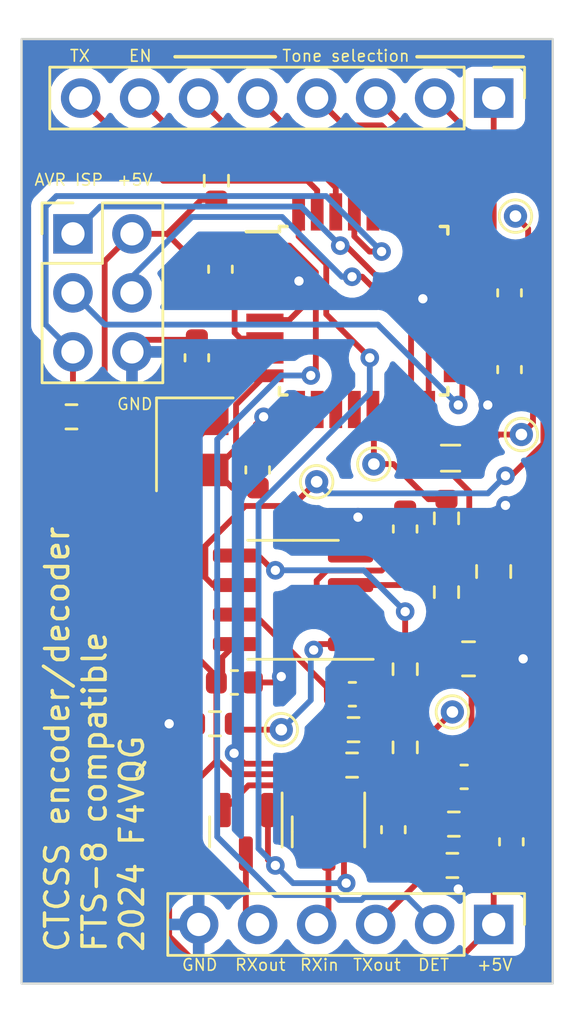
<source format=kicad_pcb>
(kicad_pcb (version 20221018) (generator pcbnew)
  (layers (0 "F.Cu" signal) (31 "B.Cu" signal) (34 "B.Paste" user) (35 "F.Paste" user) (36 "B.SilkS" user "B.Silkscreen") (37 "F.SilkS" user "F.Silkscreen") (38 "B.Mask" user) (39 "F.Mask" user) (44 "Edge.Cuts" user))
  (net 0 "")
  (net 1 "Net-(U2A--)")
  (net 2 "Net-(C1-Pad2)")
  (net 3 "+5V")
  (net 4 "GND")
  (net 5 "/XTAL1")
  (net 6 "/XTAL2")
  (net 7 "Net-(U1-AVCC)")
  (net 8 "Net-(U1-AREF)")
  (net 9 "Net-(U2A-+)")
  (net 10 "Net-(C12-Pad1)")
  (net 11 "Net-(U2B-+)")
  (net 12 "Net-(C14-Pad1)")
  (net 13 "/ADC")
  (net 14 "/RX_IN")
  (net 15 "Net-(C16-Pad2)")
  (net 16 "/S1")
  (net 17 "/S2")
  (net 18 "/S3")
  (net 19 "/S4")
  (net 20 "/S5")
  (net 21 "/S6")
  (net 22 "/EN")
  (net 23 "/TX")
  (net 24 "/DET_OUT")
  (net 25 "/TX_OUT")
  (net 26 "/RX_OUT")
  (net 27 "/MISO")
  (net 28 "/SCK")
  (net 29 "/MOSI")
  (net 30 "/RST")
  (net 31 "/SWITCH_CTL")
  (net 32 "Net-(Q1-S)")
  (net 33 "/OC1A")
  (footprint "TestPoint:TestPoint_THTPad_D1.0mm_Drill0.5mm" (layer "F.Cu") (at 153.592 80.518)
    (fp_text reference "TP5" hide)
    (fp_text value "AVCC")
    (pad "1" thru_hole circle (at 0 0) (size 1 1) (drill 0.5) (layers "*.Cu" "*.Mask") (net 7 "Net-(U1-AVCC)"))
  )
  (footprint "Package_QFP:TQFP-32_7x7mm_P0.8mm" (layer "F.Cu") (at 146.802 75.19)
    (fp_text reference "U1" hide)
    (fp_text value "ATmega328P-A")
    (pad "1" smd rect (at -4.25 -2.8) (size 1.6 0.55) (layers "F.Cu" "F.Paste" "F.Mask") (net 24 "/DET_OUT"))
    (pad "2" smd rect (at -4.25 -2) (size 1.6 0.55) (layers "F.Cu" "F.Paste" "F.Mask"))
    (pad "3" smd rect (at -4.25 -1.2) (size 1.6 0.55) (layers "F.Cu" "F.Paste" "F.Mask") (net 4 "GND"))
    (pad "4" smd rect (at -4.25 -0.4) (size 1.6 0.55) (layers "F.Cu" "F.Paste" "F.Mask") (net 3 "+5V"))
    (pad "5" smd rect (at -4.25 0.4) (size 1.6 0.55) (layers "F.Cu" "F.Paste" "F.Mask") (net 4 "GND"))
    (pad "6" smd rect (at -4.25 1.2) (size 1.6 0.55) (layers "F.Cu" "F.Paste" "F.Mask") (net 3 "+5V"))
    (pad "7" smd rect (at -4.25 2) (size 1.6 0.55) (layers "F.Cu" "F.Paste" "F.Mask") (net 5 "/XTAL1"))
    (pad "8" smd rect (at -4.25 2.8) (size 1.6 0.55) (layers "F.Cu" "F.Paste" "F.Mask") (net 6 "/XTAL2"))
    (pad "9" smd rect (at -2.8 4.25 90) (size 1.6 0.55) (layers "F.Cu" "F.Paste" "F.Mask"))
    (pad "10" smd rect (at -2 4.25 90) (size 1.6 0.55) (layers "F.Cu" "F.Paste" "F.Mask"))
    (pad "11" smd rect (at -1.2 4.25 90) (size 1.6 0.55) (layers "F.Cu" "F.Paste" "F.Mask"))
    (pad "12" smd rect (at -0.4 4.25 90) (size 1.6 0.55) (layers "F.Cu" "F.Paste" "F.Mask"))
    (pad "13" smd rect (at 0.4 4.25 90) (size 1.6 0.55) (layers "F.Cu" "F.Paste" "F.Mask") (net 33 "/OC1A"))
    (pad "14" smd rect (at 1.2 4.25 90) (size 1.6 0.55) (layers "F.Cu" "F.Paste" "F.Mask"))
    (pad "15" smd rect (at 2 4.25 90) (size 1.6 0.55) (layers "F.Cu" "F.Paste" "F.Mask") (net 29 "/MOSI"))
    (pad "16" smd rect (at 2.8 4.25 90) (size 1.6 0.55) (layers "F.Cu" "F.Paste" "F.Mask") (net 27 "/MISO"))
    (pad "17" smd rect (at 4.25 2.8) (size 1.6 0.55) (layers "F.Cu" "F.Paste" "F.Mask") (net 28 "/SCK"))
    (pad "18" smd rect (at 4.25 2) (size 1.6 0.55) (layers "F.Cu" "F.Paste" "F.Mask") (net 7 "Net-(U1-AVCC)"))
    (pad "19" smd rect (at 4.25 1.2) (size 1.6 0.55) (layers "F.Cu" "F.Paste" "F.Mask") (net 13 "/ADC"))
    (pad "20" smd rect (at 4.25 0.4) (size 1.6 0.55) (layers "F.Cu" "F.Paste" "F.Mask") (net 8 "Net-(U1-AREF)"))
    (pad "21" smd rect (at 4.25 -0.4) (size 1.6 0.55) (layers "F.Cu" "F.Paste" "F.Mask") (net 4 "GND"))
    (pad "22" smd rect (at 4.25 -1.2) (size 1.6 0.55) (layers "F.Cu" "F.Paste" "F.Mask"))
    (pad "23" smd rect (at 4.25 -2) (size 1.6 0.55) (layers "F.Cu" "F.Paste" "F.Mask") (net 16 "/S1"))
    (pad "24" smd rect (at 4.25 -2.8) (size 1.6 0.55) (layers "F.Cu" "F.Paste" "F.Mask") (net 17 "/S2"))
    (pad "25" smd rect (at 2.8 -4.25 90) (size 1.6 0.55) (layers "F.Cu" "F.Paste" "F.Mask") (net 18 "/S3"))
    (pad "26" smd rect (at 2 -4.25 90) (size 1.6 0.55) (layers "F.Cu" "F.Paste" "F.Mask") (net 19 "/S4"))
    (pad "27" smd rect (at 1.2 -4.25 90) (size 1.6 0.55) (layers "F.Cu" "F.Paste" "F.Mask") (net 20 "/S5"))
    (pad "28" smd rect (at 0.4 -4.25 90) (size 1.6 0.55) (layers "F.Cu" "F.Paste" "F.Mask") (net 21 "/S6"))
    (pad "29" smd rect (at -0.4 -4.25 90) (size 1.6 0.55) (layers "F.Cu" "F.Paste" "F.Mask") (net 30 "/RST"))
    (pad "30" smd rect (at -1.2 -4.25 90) (size 1.6 0.55) (layers "F.Cu" "F.Paste" "F.Mask") (net 22 "/EN"))
    (pad "31" smd rect (at -2 -4.25 90) (size 1.6 0.55) (layers "F.Cu" "F.Paste" "F.Mask") (net 23 "/TX"))
    (pad "32" smd rect (at -2.8 -4.25 90) (size 1.6 0.55) (layers "F.Cu" "F.Paste" "F.Mask") (net 31 "/SWITCH_CTL"))
  )
  (footprint "Capacitor_SMD:C_0603_1608Metric" (layer "F.Cu") (at 151.13 95.25)
    (fp_text reference "C1" hide)
    (fp_text value "10u")
    (pad "1" smd roundrect (at -0.775 0) (size 0.9 0.95) (layers "F.Cu" "F.Paste" "F.Mask") (net 1 "Net-(U2A--)"))
    (pad "2" smd roundrect (at 0.775 0) (size 0.9 0.95) (layers "F.Cu" "F.Paste" "F.Mask") (net 2 "Net-(C1-Pad2)"))
  )
  (footprint "TestPoint:TestPoint_THTPad_D1.0mm_Drill0.5mm" (layer "F.Cu") (at 150.622 92.456)
    (fp_text reference "TP1" hide)
    (fp_text value "RX")
    (pad "1" thru_hole circle (at 0 0) (size 1 1) (drill 0.5) (layers "*.Cu" "*.Mask") (net 15 "Net-(C16-Pad2)"))
  )
  (footprint "Inductor_SMD:L_0805_2012Metric" (layer "F.Cu") (at 150.544 81.534)
    (fp_text reference "L1" hide)
    (fp_text value "10u")
    (pad "1" smd roundrect (at -1.0625 0) (size 0.875 1.2) (layers "F.Cu" "F.Paste" "F.Mask") (net 3 "+5V"))
    (pad "2" smd roundrect (at 1.0625 0) (size 0.875 1.2) (layers "F.Cu" "F.Paste" "F.Mask") (net 7 "Net-(U1-AVCC)"))
  )
  (footprint "Capacitor_SMD:C_0603_1608Metric" (layer "F.Cu") (at 153.084 74.422 90)
    (fp_text reference "C7" hide)
    (fp_text value "100n")
    (pad "1" smd roundrect (at -0.775 0 90) (size 0.9 0.95) (layers "F.Cu" "F.Paste" "F.Mask") (net 8 "Net-(U1-AREF)"))
    (pad "2" smd roundrect (at 0.775 0 90) (size 0.9 0.95) (layers "F.Cu" "F.Paste" "F.Mask") (net 4 "GND"))
  )
  (footprint "TestPoint:TestPoint_THTPad_D1.0mm_Drill0.5mm" (layer "F.Cu") (at 143.256 93.218)
    (fp_text reference "TP3" hide)
    (fp_text value "PWM_F")
    (pad "1" thru_hole circle (at 0 0) (size 1 1) (drill 0.5) (layers "*.Cu" "*.Mask") (net 1 "Net-(U2A--)"))
  )
  (footprint "TestPoint:TestPoint_THTPad_D1.0mm_Drill0.5mm" (layer "F.Cu") (at 147.242 81.788)
    (fp_text reference "TP4" hide)
    (fp_text value "PWM")
    (pad "1" thru_hole circle (at 0 0) (size 1 1) (drill 0.5) (layers "*.Cu" "*.Mask") (net 33 "/OC1A"))
  )
  (footprint "Resistor_SMD:R_0603_1608Metric" (layer "F.Cu") (at 148.59 93.98 90)
    (fp_text reference "R7" hide)
    (fp_text value "100k")
    (pad "1" smd roundrect (at -0.825 0 90) (size 0.8 0.95) (layers "F.Cu" "F.Paste" "F.Mask") (net 15 "Net-(C16-Pad2)"))
    (pad "2" smd roundrect (at 0.825 0 90) (size 0.8 0.95) (layers "F.Cu" "F.Paste" "F.Mask") (net 12 "Net-(C14-Pad1)"))
  )
  (footprint "Capacitor_SMD:C_0603_1608Metric" (layer "F.Cu") (at 148.082 97.523 90)
    (fp_text reference "C16" hide)
    (fp_text value "10u")
    (pad "1" smd roundrect (at -0.775 0 90) (size 0.9 0.95) (layers "F.Cu" "F.Paste" "F.Mask") (net 14 "/RX_IN"))
    (pad "2" smd roundrect (at 0.775 0 90) (size 0.9 0.95) (layers "F.Cu" "F.Paste" "F.Mask") (net 15 "Net-(C16-Pad2)"))
  )
  (footprint "Connector_PinHeader_2.54mm:PinHeader_1x06_P2.54mm_Vertical" (layer "F.Cu") (at 152.4 101.6 -90)
    (fp_text reference "J2" hide)
    (fp_text value "Analog I/O")
    (pad "1" thru_hole rect (at 0 0 270) (size 1.7 1.7) (drill 1) (layers "*.Cu" "*.Mask") (net 3 "+5V"))
    (pad "2" thru_hole oval (at 0 2.54 270) (size 1.7 1.7) (drill 1) (layers "*.Cu" "*.Mask") (net 24 "/DET_OUT"))
    (pad "3" thru_hole oval (at 0 5.08 270) (size 1.7 1.7) (drill 1) (layers "*.Cu" "*.Mask") (net 25 "/TX_OUT"))
    (pad "4" thru_hole oval (at 0 7.62 270) (size 1.7 1.7) (drill 1) (layers "*.Cu" "*.Mask") (net 14 "/RX_IN"))
    (pad "5" thru_hole oval (at 0 10.16 270) (size 1.7 1.7) (drill 1) (layers "*.Cu" "*.Mask") (net 26 "/RX_OUT"))
    (pad "6" thru_hole oval (at 0 12.7 270) (size 1.7 1.7) (drill 1) (layers "*.Cu" "*.Mask") (net 4 "GND"))
  )
  (footprint "Resistor_SMD:R_0603_1608Metric" (layer "F.Cu") (at 150.685 97.282 180)
    (fp_text reference "R5" hide)
    (fp_text value "4.7k")
    (pad "1" smd roundrect (at -0.825 0 180) (size 0.8 0.95) (layers "F.Cu" "F.Paste" "F.Mask") (net 2 "Net-(C1-Pad2)"))
    (pad "2" smd roundrect (at 0.825 0 180) (size 0.8 0.95) (layers "F.Cu" "F.Paste" "F.Mask") (net 25 "/TX_OUT"))
  )
  (footprint "Resistor_SMD:R_0603_1608Metric" (layer "F.Cu") (at 150.622 99.06)
    (fp_text reference "R6" hide)
    (fp_text value "4.7k")
    (pad "1" smd roundrect (at -0.825 0) (size 0.8 0.95) (layers "F.Cu" "F.Paste" "F.Mask") (net 25 "/TX_OUT"))
    (pad "2" smd roundrect (at 0.825 0) (size 0.8 0.95) (layers "F.Cu" "F.Paste" "F.Mask") (net 4 "GND"))
  )
  (footprint "Resistor_SMD:R_0603_1608Metric" (layer "F.Cu") (at 146.367 93.218 180)
    (fp_text reference "R10" hide)
    (fp_text value "100k")
    (pad "1" smd roundrect (at -0.825 0 180) (size 0.8 0.95) (layers "F.Cu" "F.Paste" "F.Mask") (net 15 "Net-(C16-Pad2)"))
    (pad "2" smd roundrect (at 0.825 0 180) (size 0.8 0.95) (layers "F.Cu" "F.Paste" "F.Mask") (net 4 "GND"))
  )
  (footprint "Resistor_SMD:R_0603_1608Metric" (layer "F.Cu") (at 150.368 87.3 -90)
    (fp_text reference "R3" hide)
    (fp_text value "220k")
    (pad "1" smd roundrect (at -0.825 0 270) (size 0.8 0.95) (layers "F.Cu" "F.Paste" "F.Mask") (net 10 "Net-(C12-Pad1)"))
    (pad "2" smd roundrect (at 0.825 0 270) (size 0.8 0.95) (layers "F.Cu" "F.Paste" "F.Mask") (net 9 "Net-(U2A-+)"))
  )
  (footprint "Capacitor_SMD:C_0603_1608Metric" (layer "F.Cu") (at 153.162 98.044 90)
    (fp_text reference "C8" hide)
    (fp_text value "10u")
    (pad "1" smd roundrect (at -0.775 0 90) (size 0.9 0.95) (layers "F.Cu" "F.Paste" "F.Mask") (net 3 "+5V"))
    (pad "2" smd roundrect (at 0.775 0 90) (size 0.9 0.95) (layers "F.Cu" "F.Paste" "F.Mask") (net 4 "GND"))
  )
  (footprint "Resistor_SMD:R_0603_1608Metric" (layer "F.Cu") (at 148.59 90.615 90)
    (fp_text reference "R8" hide)
    (fp_text value "220k")
    (pad "1" smd roundrect (at -0.825 0 90) (size 0.8 0.95) (layers "F.Cu" "F.Paste" "F.Mask") (net 12 "Net-(C14-Pad1)"))
    (pad "2" smd roundrect (at 0.825 0 90) (size 0.8 0.95) (layers "F.Cu" "F.Paste" "F.Mask") (net 11 "Net-(U2B-+)"))
  )
  (footprint "TestPoint:TestPoint_THTPad_D1.0mm_Drill0.5mm" (layer "F.Cu") (at 153.338 71.12)
    (fp_text reference "TP6" hide)
    (fp_text value "AREF")
    (pad "1" thru_hole circle (at 0 0) (size 1 1) (drill 0.5) (layers "*.Cu" "*.Mask") (net 8 "Net-(U1-AREF)"))
  )
  (footprint "Package_SO:SOIC-8_3.9x4.9mm_P1.27mm" (layer "F.Cu") (at 143.764 87.63 180)
    (fp_text reference "U2" hide)
    (fp_text value "LM358")
    (pad "1" smd roundrect (at -2.475 -1.905 180) (size 1.95 0.6) (layers "F.Cu" "F.Paste" "F.Mask") (net 1 "Net-(U2A--)"))
    (pad "2" smd roundrect (at -2.475 -0.635 180) (size 1.95 0.6) (layers "F.Cu" "F.Paste" "F.Mask") (net 1 "Net-(U2A--)"))
    (pad "3" smd roundrect (at -2.475 0.635 180) (size 1.95 0.6) (layers "F.Cu" "F.Paste" "F.Mask") (net 9 "Net-(U2A-+)"))
    (pad "4" smd roundrect (at -2.475 1.905 180) (size 1.95 0.6) (layers "F.Cu" "F.Paste" "F.Mask") (net 4 "GND"))
    (pad "5" smd roundrect (at 2.475 1.905 180) (size 1.95 0.6) (layers "F.Cu" "F.Paste" "F.Mask") (net 11 "Net-(U2B-+)"))
    (pad "6" smd roundrect (at 2.475 0.635 180) (size 1.95 0.6) (layers "F.Cu" "F.Paste" "F.Mask") (net 13 "/ADC"))
    (pad "7" smd roundrect (at 2.475 -0.635 180) (size 1.95 0.6) (layers "F.Cu" "F.Paste" "F.Mask") (net 13 "/ADC"))
    (pad "8" smd roundrect (at 2.475 -1.905 180) (size 1.95 0.6) (layers "F.Cu" "F.Paste" "F.Mask") (net 3 "+5V"))
  )
  (footprint "Capacitor_SMD:C_0603_1608Metric" (layer "F.Cu") (at 140.638 73.406 90)
    (fp_text reference "C5" hide)
    (fp_text value "100n")
    (pad "1" smd roundrect (at -0.775 0 90) (size 0.9 0.95) (layers "F.Cu" "F.Paste" "F.Mask") (net 3 "+5V"))
    (pad "2" smd roundrect (at 0.775 0 90) (size 0.9 0.95) (layers "F.Cu" "F.Paste" "F.Mask") (net 4 "GND"))
  )
  (footprint "Resistor_SMD:R_0603_1608Metric" (layer "F.Cu") (at 140.399 92.964 180)
    (fp_text reference "R2" hide)
    (fp_text value "390")
    (pad "1" smd roundrect (at -0.825 0 180) (size 0.8 0.95) (layers "F.Cu" "F.Paste" "F.Mask") (net 1 "Net-(U2A--)"))
    (pad "2" smd roundrect (at 0.825 0 180) (size 0.8 0.95) (layers "F.Cu" "F.Paste" "F.Mask") (net 4 "GND"))
  )
  (footprint "Capacitor_SMD:C_0805_2012Metric" (layer "F.Cu") (at 152.4 86.413 90)
    (fp_text reference "C10" hide)
    (fp_text value "2.2n")
    (pad "1" smd roundrect (at -0.95 0 90) (size 1 1.45) (layers "F.Cu" "F.Paste" "F.Mask") (net 9 "Net-(U2A-+)"))
    (pad "2" smd roundrect (at 0.95 0 90) (size 1 1.45) (layers "F.Cu" "F.Paste" "F.Mask") (net 4 "GND"))
  )
  (footprint "Capacitor_SMD:C_0603_1608Metric" (layer "F.Cu") (at 141.237 91.186)
    (fp_text reference "C9" hide)
    (fp_text value "100n")
    (pad "1" smd roundrect (at -0.775 0) (size 0.9 0.95) (layers "F.Cu" "F.Paste" "F.Mask") (net 3 "+5V"))
    (pad "2" smd roundrect (at 0.775 0) (size 0.9 0.95) (layers "F.Cu" "F.Paste" "F.Mask") (net 4 "GND"))
  )
  (footprint "Package_TO_SOT_SMD:SOT-23" (layer "F.Cu") (at 141.732 97.6145 -90)
    (fp_text reference "Q2" hide)
    (fp_text value "2N7002")
    (pad "1" smd roundrect (at -0.9375 -0.95 270) (size 1.475 0.6) (layers "F.Cu" "F.Paste" "F.Mask") (net 31 "/SWITCH_CTL"))
    (pad "2" smd roundrect (at -0.9375 0.95 270) (size 1.475 0.6) (layers "F.Cu" "F.Paste" "F.Mask") (net 32 "Net-(Q1-S)"))
    (pad "3" smd roundrect (at 0.9375 0 270) (size 1.475 0.6) (layers "F.Cu" "F.Paste" "F.Mask") (net 26 "/RX_OUT"))
  )
  (footprint "Capacitor_SMD:C_0603_1608Metric" (layer "F.Cu") (at 148.59 84.582 -90)
    (fp_text reference "C12" hide)
    (fp_text value "4.7n")
    (pad "1" smd roundrect (at -0.775 0 270) (size 0.9 0.95) (layers "F.Cu" "F.Paste" "F.Mask") (net 10 "Net-(C12-Pad1)"))
    (pad "2" smd roundrect (at 0.775 0 270) (size 0.9 0.95) (layers "F.Cu" "F.Paste" "F.Mask") (net 1 "Net-(U2A--)"))
  )
  (footprint "Package_TO_SOT_SMD:SOT-23" (layer "F.Cu") (at 145.288 97.6145 -90)
    (fp_text reference "Q1" hide)
    (fp_text value "2N7002")
    (pad "1" smd roundrect (at -0.9375 -0.95 270) (size 1.475 0.6) (layers "F.Cu" "F.Paste" "F.Mask") (net 31 "/SWITCH_CTL"))
    (pad "2" smd roundrect (at -0.9375 0.95 270) (size 1.475 0.6) (layers "F.Cu" "F.Paste" "F.Mask") (net 32 "Net-(Q1-S)"))
    (pad "3" smd roundrect (at 0.9375 0 270) (size 1.475 0.6) (layers "F.Cu" "F.Paste" "F.Mask") (net 14 "/RX_IN"))
  )
  (footprint "Connector_PinHeader_2.54mm:PinHeader_2x03_P2.54mm_Vertical" (layer "F.Cu") (at 134.288 71.882)
    (fp_text reference "J3" hide)
    (fp_text value "AVR-ISP-6")
    (pad "1" thru_hole rect (at 0 0) (size 1.7 1.7) (drill 1) (layers "*.Cu" "*.Mask") (net 27 "/MISO"))
    (pad "2" thru_hole oval (at 2.54 0) (size 1.7 1.7) (drill 1) (layers "*.Cu" "*.Mask") (net 3 "+5V"))
    (pad "3" thru_hole oval (at 0 2.54) (size 1.7 1.7) (drill 1) (layers "*.Cu" "*.Mask") (net 28 "/SCK"))
    (pad "4" thru_hole oval (at 2.54 2.54) (size 1.7 1.7) (drill 1) (layers "*.Cu" "*.Mask") (net 29 "/MOSI"))
    (pad "5" thru_hole oval (at 0 5.08) (size 1.7 1.7) (drill 1) (layers "*.Cu" "*.Mask") (net 30 "/RST"))
    (pad "6" thru_hole oval (at 2.54 5.08) (size 1.7 1.7) (drill 1) (layers "*.Cu" "*.Mask") (net 4 "GND"))
  )
  (footprint "Capacitor_SMD:C_0603_1608Metric" (layer "F.Cu") (at 142.24 82.042 90)
    (fp_text reference "C4" hide)
    (fp_text value "22p")
    (pad "1" smd roundrect (at -0.775 0 90) (size 0.9 0.95) (layers "F.Cu" "F.Paste" "F.Mask") (net 6 "/XTAL2"))
    (pad "2" smd roundrect (at 0.775 0 90) (size 0.9 0.95) (layers "F.Cu" "F.Paste" "F.Mask") (net 4 "GND"))
  )
  (footprint "Resistor_SMD:R_0603_1608Metric" (layer "F.Cu") (at 134.225 79.756 180)
    (fp_text reference "R1" hide)
    (fp_text value "10k")
    (pad "1" smd roundrect (at -0.825 0 180) (size 0.8 0.95) (layers "F.Cu" "F.Paste" "F.Mask") (net 3 "+5V"))
    (pad "2" smd roundrect (at 0.825 0 180) (size 0.8 0.95) (layers "F.Cu" "F.Paste" "F.Mask") (net 30 "/RST"))
  )
  (footprint "Capacitor_SMD:C_0603_1608Metric" (layer "F.Cu") (at 139.622 77.216 90)
    (fp_text reference "C3" hide)
    (fp_text value "22p")
    (pad "1" smd roundrect (at -0.775 0 90) (size 0.9 0.95) (layers "F.Cu" "F.Paste" "F.Mask") (net 5 "/XTAL1"))
    (pad "2" smd roundrect (at 0.775 0 90) (size 0.9 0.95) (layers "F.Cu" "F.Paste" "F.Mask") (net 4 "GND"))
  )
  (footprint "Connector_PinHeader_2.54mm:PinHeader_1x08_P2.54mm_Vertical" (layer "F.Cu") (at 152.4 66.04 -90)
    (fp_text reference "J1" hide)
    (fp_text value "Digital I/O")
    (pad "1" thru_hole rect (at 0 0 270) (size 1.7 1.7) (drill 1) (layers "*.Cu" "*.Mask") (net 16 "/S1"))
    (pad "2" thru_hole oval (at 0 2.54 270) (size 1.7 1.7) (drill 1) (layers "*.Cu" "*.Mask") (net 17 "/S2"))
    (pad "3" thru_hole oval (at 0 5.08 270) (size 1.7 1.7) (drill 1) (layers "*.Cu" "*.Mask") (net 18 "/S3"))
    (pad "4" thru_hole oval (at 0 7.62 270) (size 1.7 1.7) (drill 1) (layers "*.Cu" "*.Mask") (net 19 "/S4"))
    (pad "5" thru_hole oval (at 0 10.16 270) (size 1.7 1.7) (drill 1) (layers "*.Cu" "*.Mask") (net 20 "/S5"))
    (pad "6" thru_hole oval (at 0 12.7 270) (size 1.7 1.7) (drill 1) (layers "*.Cu" "*.Mask") (net 21 "/S6"))
    (pad "7" thru_hole oval (at 0 15.24 270) (size 1.7 1.7) (drill 1) (layers "*.Cu" "*.Mask") (net 22 "/EN"))
    (pad "8" thru_hole oval (at 0 17.78 270) (size 1.7 1.7) (drill 1) (layers "*.Cu" "*.Mask") (net 23 "/TX"))
  )
  (footprint "Capacitor_SMD:C_0603_1608Metric" (layer "F.Cu") (at 146.317 91.694 180)
    (fp_text reference "C14" hide)
    (fp_text value "4.7n")
    (pad "1" smd roundrect (at -0.775 0 180) (size 0.9 0.95) (layers "F.Cu" "F.Paste" "F.Mask") (net 12 "Net-(C14-Pad1)"))
    (pad "2" smd roundrect (at 0.775 0 180) (size 0.9 0.95) (layers "F.Cu" "F.Paste" "F.Mask") (net 13 "/ADC"))
  )
  (footprint "Resistor_SMD:R_0603_1608Metric" (layer "F.Cu") (at 146.304 94.742)
    (fp_text reference "R9" hide)
    (fp_text value "100k")
    (pad "1" smd roundrect (at -0.825 0) (size 0.8 0.95) (layers "F.Cu" "F.Paste" "F.Mask") (net 3 "+5V"))
    (pad "2" smd roundrect (at 0.825 0) (size 0.8 0.95) (layers "F.Cu" "F.Paste" "F.Mask") (net 15 "Net-(C16-Pad2)"))
  )
  (footprint "Capacitor_SMD:C_0805_2012Metric" (layer "F.Cu") (at 151.318 90.17)
    (fp_text reference "C13" hide)
    (fp_text value "2.2n")
    (pad "1" smd roundrect (at -0.95 0) (size 1 1.45) (layers "F.Cu" "F.Paste" "F.Mask") (net 11 "Net-(U2B-+)"))
    (pad "2" smd roundrect (at 0.95 0) (size 1 1.45) (layers "F.Cu" "F.Paste" "F.Mask") (net 4 "GND"))
  )
  (footprint "Crystal:Crystal_SMD_TXC_7M-4Pin_3.2x2.5mm" (layer "F.Cu") (at 139.534 80.942 -90)
    (fp_text reference "Y2" hide)
    (fp_text value "16MHz")
    (pad "1" smd rect (at -1.1 0.85 270) (size 1.4 1.2) (layers "F.Cu" "F.Paste" "F.Mask") (net 5 "/XTAL1"))
    (pad "2" smd rect (at 1.1 0.85 270) (size 1.4 1.2) (layers "F.Cu" "F.Paste" "F.Mask") (net 4 "GND"))
    (pad "3" smd rect (at 1.1 -0.85 270) (size 1.4 1.2) (layers "F.Cu" "F.Paste" "F.Mask") (net 6 "/XTAL2"))
    (pad "4" smd rect (at -1.1 -0.85 270) (size 1.4 1.2) (layers "F.Cu" "F.Paste" "F.Mask") (net 4 "GND"))
  )
  (footprint "TestPoint:TestPoint_THTPad_D1.0mm_Drill0.5mm" (layer "F.Cu") (at 144.78 82.55)
    (fp_text reference "TP2" hide)
    (fp_text value "ADC")
    (pad "1" thru_hole circle (at 0 0) (size 1 1) (drill 0.5) (layers "*.Cu" "*.Mask") (net 13 "/ADC"))
  )
  (footprint "Capacitor_SMD:C_0603_1608Metric" (layer "F.Cu") (at 153.084 77.724 -90)
    (fp_text reference "C6" hide)
    (fp_text value "100n")
    (pad "1" smd roundrect (at -0.775 0 270) (size 0.9 0.95) (layers "F.Cu" "F.Paste" "F.Mask") (net 7 "Net-(U1-AVCC)"))
    (pad "2" smd roundrect (at 0.775 0 270) (size 0.9 0.95) (layers "F.Cu" "F.Paste" "F.Mask") (net 4 "GND"))
  )
  (footprint "Resistor_SMD:R_0603_1608Metric" (layer "F.Cu") (at 140.462 69.596 90)
    (fp_text reference "R11" hide)
    (fp_text value "4.7k")
    (pad "1" smd roundrect (at -0.825 0 90) (size 0.8 0.95) (layers "F.Cu" "F.Paste" "F.Mask") (net 3 "+5V"))
    (pad "2" smd roundrect (at 0.825 0 90) (size 0.8 0.95) (layers "F.Cu" "F.Paste" "F.Mask") (net 22 "/EN"))
  )
  (footprint "Resistor_SMD:R_0603_1608Metric" (layer "F.Cu") (at 150.368 84.124 -90)
    (fp_text reference "R4" hide)
    (fp_text value "100k")
    (pad "1" smd roundrect (at -0.825 0 270) (size 0.8 0.95) (layers "F.Cu" "F.Paste" "F.Mask") (net 33 "/OC1A"))
    (pad "2" smd roundrect (at 0.825 0 270) (size 0.8 0.95) (layers "F.Cu" "F.Paste" "F.Mask") (net 10 "Net-(C12-Pad1)"))
  )
  (gr_line (start 143.002 64.262) (end 138.684 64.262) (stroke (width 0.15)) (layer "F.SilkS"))
  (gr_line (start 149.098 64.262) (end 153.67 64.262) (stroke (width 0.15)) (layer "F.SilkS"))
  (gr_rect (start 132.08 63.5) (end 154.94 104.14) (stroke (width 0.1)) (fill none) (layer "Edge.Cuts"))
  (gr_text "TX" (at 134.112 64.516) (layer "F.SilkS") (effects (font (size 0.5 0.5) (thickness 0.07)) (justify left bottom)))
  (gr_text "Tone selection" (at 143.256 64.516) (layer "F.SilkS") (effects (font (size 0.5 0.5) (thickness 0.07)) (justify left bottom)))
  (gr_text "+5V" (at 136.144 69.85) (layer "F.SilkS") (effects (font (size 0.5 0.5) (thickness 0.07)) (justify left bottom)))
  (gr_text "GND" (at 136.144 79.502) (layer "F.SilkS") (effects (font (size 0.5 0.5) (thickness 0.07)) (justify left bottom)))
  (gr_text "RXout" (at 141.224 103.632) (layer "F.SilkS") (effects (font (size 0.5 0.5) (thickness 0.07)) (justify left bottom)))
  (gr_text "CTCSS encoder/decoder\nFTS-8 compatible\n2024 F4VQG" (at 137.414 102.87 90) (layer "F.SilkS") (effects (font (size 1 1)) (justify left bottom)))
  (gr_text "TXout" (at 146.304 103.632) (layer "F.SilkS") (effects (font (size 0.5 0.5) (thickness 0.07)) (justify left bottom)))
  (gr_text "DET" (at 149.098 103.632) (layer "F.SilkS") (effects (font (size 0.5 0.5) (thickness 0.07)) (justify left bottom)))
  (gr_text "AVR ISP" (at 132.588 69.85) (layer "F.SilkS") (effects (font (size 0.5 0.5) (thickness 0.07)) (justify left bottom)))
  (gr_text "GND" (at 138.938 103.632) (layer "F.SilkS") (effects (font (size 0.5 0.5) (thickness 0.07)) (justify left bottom)))
  (gr_text "RXin" (at 144.018 103.632) (layer "F.SilkS") (effects (font (size 0.5 0.5) (thickness 0.07)) (justify left bottom)))
  (gr_text "+5V" (at 151.638 103.632) (layer "F.SilkS") (effects (font (size 0.5 0.5) (thickness 0.07)) (justify left bottom)))
  (gr_text "EN" (at 136.652 64.516) (layer "F.SilkS") (effects (font (size 0.5 0.5) (thickness 0.07)) (justify left bottom)))
  (segment (start 150.91 91.22) (end 149.593004 91.22) (width 0.25) (layer "F.Cu") (net 1))
  (segment (start 149.051004 90.678) (end 147.382 90.678) (width 0.25) (layer "F.Cu") (net 1))
  (segment (start 144.78 86.803092) (end 144.78 87.780999) (width 0.25) (layer "F.Cu") (net 1))
  (segment (start 145.264001 88.265) (end 146.239 88.265) (width 0.25) (layer "F.Cu") (net 1))
  (segment (start 144.651153 89.790847) (end 144.907 89.535) (width 0.25) (layer "F.Cu") (net 1))
  (segment (start 150.355 95.25) (end 151.447 94.158) (width 0.25) (layer "F.Cu") (net 1))
  (segment (start 144.78 87.780999) (end 145.264001 88.265) (width 0.25) (layer "F.Cu") (net 1))
  (segment (start 148.59 85.357) (end 147.577 86.37) (width 0.25) (layer "F.Cu") (net 1))
  (segment (start 141.478 93.218) (end 141.224 92.964) (width 0.25) (layer "F.Cu") (net 1))
  (segment (start 146.239 89.535) (end 146.239 88.265) (width 0.25) (layer "F.Cu") (net 1))
  (segment (start 147.382 90.678) (end 146.239 89.535) (width 0.25) (layer "F.Cu") (net 1))
  (segment (start 151.447 94.158) (end 151.447 91.757) (width 0.25) (layer "F.Cu") (net 1))
  (segment (start 144.907 89.535) (end 146.239 89.535) (width 0.25) (layer "F.Cu") (net 1))
  (segment (start 143.256 93.218) (end 141.478 93.218) (width 0.25) (layer "F.Cu") (net 1))
  (segment (start 149.593004 91.22) (end 149.051004 90.678) (width 0.25) (layer "F.Cu") (net 1))
  (segment (start 145.213092 86.37) (end 144.78 86.803092) (width 0.25) (layer "F.Cu") (net 1))
  (segment (start 151.447 91.757) (end 150.91 91.22) (width 0.25) (layer "F.Cu") (net 1))
  (segment (start 147.577 86.37) (end 145.213092 86.37) (width 0.25) (layer "F.Cu") (net 1))
  (via (at 144.651153 89.790847) (size 0.8) (drill 0.4) (layers "F.Cu" "B.Cu") (net 1))
  (segment (start 144.526 89.916) (end 144.526 91.948) (width 0.25) (layer "B.Cu") (net 1))
  (segment (start 144.651153 89.790847) (end 144.526 89.916) (width 0.25) (layer "B.Cu") (net 1))
  (segment (start 144.526 91.948) (end 143.256 93.218) (width 0.25) (layer "B.Cu") (net 1))
  (segment (start 151.51 95.645) (end 151.905 95.25) (width 0.25) (layer "F.Cu") (net 2))
  (segment (start 151.51 97.282) (end 151.51 95.645) (width 0.25) (layer "F.Cu") (net 2))
  (segment (start 140.462 94.497305) (end 140.462 91.44) (width 0.25) (layer "F.Cu") (net 3))
  (segment (start 140.462 70.421) (end 139.8 70.421) (width 0.25) (layer "F.Cu") (net 3))
  (segment (start 145.416 94.742) (end 145.024 95.134) (width 0.25) (layer "F.Cu") (net 3))
  (segment (start 140.716 91.186) (end 135.05 85.52) (width 0.25) (layer "F.Cu") (net 3))
  (segment (start 150.775 103.225) (end 139.547 103.225) (width 0.25) (layer "F.Cu") (net 3))
  (segment (start 151.35 82.965001) (end 151.35 85.9581) (width 0.25) (layer "F.Cu") (net 3))
  (segment (start 140.462 91.44) (end 140.716 91.186) (width 0.25) (layer "F.Cu") (net 3))
  (segment (start 139.547 103.225) (end 138.43 102.108) (width 0.25) (layer "F.Cu") (net 3))
  (segment (start 142.552 76.39) (end 141.502 76.39) (width 0.25) (layer "F.Cu") (net 3))
  (segment (start 149.918999 81.534) (end 151.35 82.965001) (width 0.25) (layer "F.Cu") (net 3))
  (segment (start 153.34 86.538) (end 154.432 87.63) (width 0.25) (layer "F.Cu") (net 3))
  (segment (start 135.653 73.057) (end 136.828 71.882) (width 0.25) (layer "F.Cu") (net 3))
  (segment (start 154.432 87.63) (end 154.432 97.549) (width 0.25) (layer "F.Cu") (net 3))
  (segment (start 141.502 76.39) (end 141.247 76.135) (width 0.25) (layer "F.Cu") (net 3))
  (segment (start 135.05 79.756) (end 135.653 79.153) (width 0.25) (layer "F.Cu") (net 3))
  (segment (start 136.828 71.882) (end 138.339 71.882) (width 0.25) (layer "F.Cu") (net 3))
  (segment (start 138.43 96.603305) (end 140.499 94.534305) (width 0.25) (layer "F.Cu") (net 3))
  (segment (start 149.4815 81.534) (end 149.918999 81.534) (width 0.25) (layer "F.Cu") (net 3))
  (segment (start 140.716 90.108) (end 141.289 89.535) (width 0.25) (layer "F.Cu") (net 3))
  (segment (start 135.05 85.52) (end 135.05 79.756) (width 0.25) (layer "F.Cu") (net 3))
  (segment (start 151.9299 86.538) (end 153.34 86.538) (width 0.25) (layer "F.Cu") (net 3))
  (segment (start 152.4 101.6) (end 150.775 103.225) (width 0.25) (layer "F.Cu") (net 3))
  (segment (start 138.43 102.108) (end 138.43 96.603305) (width 0.25) (layer "F.Cu") (net 3))
  (segment (start 152.4 101.6) (end 152.4 99.581) (width 0.25) (layer "F.Cu") (net 3))
  (segment (start 141.247 76.135) (end 141.247 74.79) (width 0.25) (layer "F.Cu") (net 3))
  (segment (start 140.716 91.186) (end 140.716 90.108) (width 0.25) (layer "F.Cu") (net 3))
  (segment (start 154.432 97.549) (end 153.162 98.819) (width 0.25) (layer "F.Cu") (net 3))
  (segment (start 145.024 95.134) (end 141.098695 95.134) (width 0.25) (layer "F.Cu") (net 3))
  (segment (start 138.339 71.882) (end 140.638 74.181) (width 0.25) (layer "F.Cu") (net 3))
  (segment (start 151.35 85.9581) (end 151.9299 86.538) (width 0.25) (layer "F.Cu") (net 3))
  (segment (start 142.552 74.79) (end 141.247 74.79) (width 0.25) (layer "F.Cu") (net 3))
  (segment (start 141.247 74.79) (end 140.638 74.181) (width 0.25) (layer "F.Cu") (net 3))
  (segment (start 152.4 99.581) (end 153.162 98.819) (width 0.25) (layer "F.Cu") (net 3))
  (segment (start 141.098695 95.134) (end 140.499 94.534305) (width 0.25) (layer "F.Cu") (net 3))
  (segment (start 135.653 79.153) (end 135.653 73.057) (width 0.25) (layer "F.Cu") (net 3))
  (segment (start 140.499 94.534305) (end 140.462 94.497305) (width 0.25) (layer "F.Cu") (net 3))
  (segment (start 139.8 70.421) (end 138.339 71.882) (width 0.25) (layer "F.Cu") (net 3))
  (segment (start 151.052 74.79) (end 149.466 74.79) (width 0.25) (layer "F.Cu") (net 4))
  (segment (start 153.084 78.499) (end 152.895 78.499) (width 0.25) (layer "F.Cu") (net 4))
  (segment (start 136.828 80.186) (end 136.828 76.962) (width 0.25) (layer "F.Cu") (net 4))
  (segment (start 138.684 82.042) (end 136.828 80.186) (width 0.25) (layer "F.Cu") (net 4))
  (segment (start 142.552 73.99) (end 143.942 73.99) (width 0.25) (layer "F.Cu") (net 4))
  (segment (start 143.602 75.59) (end 144.196 74.996) (width 0.25) (layer "F.Cu") (net 4))
  (segment (start 142.162 81.267) (end 142.162 80.088) (width 0.25) (layer "F.Cu") (net 4))
  (segment (start 153.162 97.269) (end 153.047 97.269) (width 0.25) (layer "F.Cu") (net 4))
  (segment (start 140.638 72.631) (end 140.638 72.921948) (width 0.25) (layer "F.Cu") (net 4))
  (segment (start 152.268 90.17) (end 153.67 90.17) (width 0.25) (layer "F.Cu") (net 4))
  (segment (start 149.466 74.79) (end 149.352 74.676) (width 0.25) (layer "F.Cu") (net 4))
  (segment (start 151.51 98.806) (end 151.51 99.442) (width 0.25) (layer "F.Cu") (net 4))
  (segment (start 141.706052 73.99) (end 142.552 73.99) (width 0.25) (layer "F.Cu") (net 4))
  (segment (start 143.95 94.684) (end 141.674 94.684) (width 0.25) (layer "F.Cu") (net 4))
  (segment (start 139.622 76.441) (end 137.349 76.441) (width 0.25) (layer "F.Cu") (net 4))
  (segment (start 153.084 73.647) (end 151.941 74.79) (width 0.25) (layer "F.Cu") (net 4))
  (segment (start 142.162 80.088) (end 142.494 79.756) (width 0.25) (layer "F.Cu") (net 4))
  (segment (start 142.266 91.186) (end 143.002 91.186) (width 0.25) (layer "F.Cu") (net 4))
  (segment (start 146.558 85.406) (end 146.558 84.074) (width 0.25) (layer "F.Cu") (net 4))
  (segment (start 143.942 73.99) (end 144.018 73.914) (width 0.25) (layer "F.Cu") (net 4))
  (segment (start 137.349 76.441) (end 136.828 76.962) (width 0.25) (layer "F.Cu") (net 4))
  (segment (start 144.196 74.996) (end 144.196 73.99) (width 0.25) (layer "F.Cu") (net 4))
  (segment (start 143.002 91.186) (end 143.256 90.932) (width 0.25) (layer "F.Cu") (net 4))
  (segment (start 142.552 75.59) (end 143.602 75.59) (width 0.25) (layer "F.Cu") (net 4))
  (segment (start 151.941 74.79) (end 151.052 74.79) (width 0.25) (layer "F.Cu") (net 4))
  (segment (start 152.895 78.499) (end 152.146 79.248) (width 0.25) (layer "F.Cu") (net 4))
  (segment (start 141.674 94.684) (end 141.224 94.234) (width 0.25) (layer "F.Cu") (net 4))
  (segment (start 140.384 79.842) (end 140.384 79.942) (width 0.25) (layer "F.Cu") (net 4))
  (segment (start 152.4 85.463) (end 152.908 84.955) (width 0.25) (layer "F.Cu") (net 4))
  (segment (start 140.384 79.942) (end 138.684 81.642) (width 0.25) (layer "F.Cu") (net 4))
  (segment (start 146.239 85.725) (end 146.558 85.406) (width 0.25) (layer "F.Cu") (net 4))
  (segment (start 139.574 92.964) (end 138.43 92.964) (width 0.25) (layer "F.Cu") (net 4))
  (segment (start 144.094 73.99) (end 144.196 73.99) (width 0.25) (layer "F.Cu") (net 4))
  (segment (start 144.018 73.914) (end 144.094 73.99) (width 0.25) (layer "F.Cu") (net 4))
  (segment (start 151.51 99.442) (end 150.876 100.076) (width 0.25) (layer "F.Cu") (net 4))
  (segment (start 140.638 72.921948) (end 141.706052 73.99) (width 0.25) (layer "F.Cu") (net 4))
  (segment (start 152.908 84.955) (end 152.908 83.566) (width 0.25) (layer "F.Cu") (net 4))
  (segment (start 153.047 97.269) (end 151.51 98.806) (width 0.25) (layer "F.Cu") (net 4))
  (segment (start 145.416 93.218) (end 143.95 94.684) (width 0.25) (layer "F.Cu") (net 4))
  (segment (start 138.684 81.642) (end 138.684 82.042) (width 0.25) (layer "F.Cu") (net 4))
  (via (at 152.908 83.566) (size 0.8) (drill 0.4) (layers "F.Cu" "B.Cu") (net 4))
  (via (at 142.494 79.756) (size 0.8) (drill 0.4) (layers "F.Cu" "B.Cu") (net 4))
  (via (at 141.224 94.234) (size 0.8) (drill 0.4) (layers "F.Cu" "B.Cu") (net 4))
  (via (at 144.018 73.914) (size 0.8) (drill 0.4) (layers "F.Cu" "B.Cu") (net 4))
  (via (at 149.352 74.676) (size 0.8) (drill 0.4) (layers "F.Cu" "B.Cu") (net 4))
  (via (at 143.256 90.932) (size 0.8) (drill 0.4) (layers "F.Cu" "B.Cu") (net 4))
  (via (at 150.876 100.076) (size 0.8) (drill 0.4) (layers "F.Cu" "B.Cu") (net 4))
  (via (at 152.146 79.248) (size 0.8) (drill 0.4) (layers "F.Cu" "B.Cu") (net 4))
  (via (at 153.67 90.17) (size 0.8) (drill 0.4) (layers "F.Cu" "B.Cu") (net 4))
  (via (at 146.558 84.074) (size 0.8) (drill 0.4) (layers "F.Cu" "B.Cu") (net 4))
  (via (at 138.43 92.964) (size 0.8) (drill 0.4) (layers "F.Cu" "B.Cu") (net 4))
  (segment (start 138.684 79.842) (end 138.684 78.929) (width 0.25) (layer "F.Cu") (net 5))
  (segment (start 138.684 78.929) (end 139.622 77.991) (width 0.25) (layer "F.Cu") (net 5))
  (segment (start 140.423 77.19) (end 139.622 77.991) (width 0.25) (layer "F.Cu") (net 5))
  (segment (start 142.552 77.19) (end 140.423 77.19) (width 0.25) (layer "F.Cu") (net 5))
  (segment (start 142.162 82.817) (end 141.159 82.817) (width 0.25) (layer "F.Cu") (net 6))
  (segment (start 141.159 82.817) (end 140.384 82.042) (width 0.25) (layer "F.Cu") (net 6))
  (segment (start 141.309 81.117) (end 140.384 82.042) (width 0.25) (layer "F.Cu") (net 6))
  (segment (start 141.309 79.233) (end 141.309 81.117) (width 0.25) (layer "F.Cu") (net 6))
  (segment (start 142.552 77.99) (end 141.309 79.233) (width 0.25) (layer "F.Cu") (net 6))
  (segment (start 153.592 80.518) (end 152.6225 80.518) (width 0.25) (layer "F.Cu") (net 7))
  (segment (start 151.052 77.19) (end 152.843 77.19) (width 0.25) (layer "F.Cu") (net 7))
  (segment (start 154.091999 77.956999) (end 154.091999 80.018001) (width 0.25) (layer "F.Cu") (net 7))
  (segment (start 154.091999 80.018001) (end 153.592 80.518) (width 0.25) (layer "F.Cu") (net 7))
  (segment (start 152.843 77.19) (end 153.084 76.949) (width 0.25) (layer "F.Cu") (net 7))
  (segment (start 153.084 76.949) (end 154.091999 77.956999) (width 0.25) (layer "F.Cu") (net 7))
  (segment (start 152.6225 80.518) (end 151.6065 81.534) (width 0.25) (layer "F.Cu") (net 7))
  (segment (start 153.884 71.666) (end 153.338 71.12) (width 0.25) (layer "F.Cu") (net 8))
  (segment (start 153.884 74.397) (end 153.884 71.666) (width 0.25) (layer "F.Cu") (net 8))
  (segment (start 152.691 75.59) (end 153.084 75.197) (width 0.25) (layer "F.Cu") (net 8))
  (segment (start 153.084 75.197) (end 153.884 74.397) (width 0.25) (layer "F.Cu") (net 8))
  (segment (start 151.052 75.59) (end 152.691 75.59) (width 0.25) (layer "F.Cu") (net 8))
  (segment (start 151.13 87.363) (end 150.368 88.125) (width 0.25) (layer "F.Cu") (net 9))
  (segment (start 149.238 86.995) (end 150.368 88.125) (width 0.25) (layer "F.Cu") (net 9))
  (segment (start 146.239 86.995) (end 149.238 86.995) (width 0.25) (layer "F.Cu") (net 9))
  (segment (start 152.4 87.363) (end 151.13 87.363) (width 0.25) (layer "F.Cu") (net 9))
  (segment (start 150.368 84.949) (end 149.732 84.949) (width 0.25) (layer "F.Cu") (net 10))
  (segment (start 150.368 86.475) (end 150.368 84.949) (width 0.25) (layer "F.Cu") (net 10))
  (segment (start 149.732 84.949) (end 148.59 83.807) (width 0.25) (layer "F.Cu") (net 10))
  (segment (start 142.263999 85.725) (end 142.898999 86.36) (width 0.25) (layer "F.Cu") (net 11))
  (segment (start 142.898999 86.36) (end 143.002 86.36) (width 0.25) (layer "F.Cu") (net 11))
  (segment (start 141.289 85.725) (end 142.263999 85.725) (width 0.25) (layer "F.Cu") (net 11))
  (segment (start 148.59 89.79) (end 148.59 88.138) (width 0.25) (layer "F.Cu") (net 11))
  (segment (start 150.368 90.17) (end 148.97 90.17) (width 0.25) (layer "F.Cu") (net 11))
  (segment (start 148.97 90.17) (end 148.59 89.79) (width 0.25) (layer "F.Cu") (net 11))
  (via (at 148.59 88.138) (size 0.8) (drill 0.4) (layers "F.Cu" "B.Cu") (net 11))
  (via (at 143.002 86.36) (size 0.8) (drill 0.4) (layers "F.Cu" "B.Cu") (net 11))
  (segment (start 148.59 88.138) (end 146.812 86.36) (width 0.25) (layer "B.Cu") (net 11))
  (segment (start 146.812 86.36) (end 143.002 86.36) (width 0.25) (layer "B.Cu") (net 11))
  (segment (start 148.59 92.964) (end 148.59 91.44) (width 0.25) (layer "F.Cu") (net 12))
  (segment (start 148.336 91.694) (end 148.59 91.44) (width 0.25) (layer "F.Cu") (net 12))
  (segment (start 147.079 91.694) (end 148.336 91.694) (width 0.25) (layer "F.Cu") (net 12))
  (segment (start 145.529 91.694) (end 142.1 88.265) (width 0.25) (layer "F.Cu") (net 13))
  (segment (start 154.541999 80.916001) (end 153.162 82.296) (width 0.25) (layer "F.Cu") (net 13))
  (segment (start 141.706 83.592) (end 143.738 83.592) (width 0.25) (layer "F.Cu") (net 13))
  (segment (start 153.644 76.174) (end 154.541999 77.071999) (width 0.25) (layer "F.Cu") (net 13))
  (segment (start 139.989 86.669999) (end 139.989 85.309) (width 0.25) (layer "F.Cu") (net 13))
  (segment (start 141.289 86.995) (end 140.314001 86.995) (width 0.25) (layer "F.Cu") (net 13))
  (segment (start 143.738 83.592) (end 144.78 82.55) (width 0.25) (layer "F.Cu") (net 13))
  (segment (start 139.989 85.309) (end 141.706 83.592) (width 0.25) (layer "F.Cu") (net 13))
  (segment (start 153.162 82.296) (end 152.908 82.296) (width 0.25) (layer "F.Cu") (net 13))
  (segment (start 151.052 76.39) (end 152.383948 76.39) (width 0.25) (layer "F.Cu") (net 13))
  (segment (start 141.289 88.265) (end 141.289 86.995) (width 0.25) (layer "F.Cu") (net 13))
  (segment (start 152.599948 76.174) (end 153.644 76.174) (width 0.25) (layer "F.Cu") (net 13))
  (segment (start 152.383948 76.39) (end 152.599948 76.174) (width 0.25) (layer "F.Cu") (net 13))
  (segment (start 142.1 88.265) (end 141.289 88.265) (width 0.25) (layer "F.Cu") (net 13))
  (segment (start 140.314001 86.995) (end 139.989 86.669999) (width 0.25) (layer "F.Cu") (net 13))
  (segment (start 154.541999 77.071999) (end 154.541999 80.916001) (width 0.25) (layer "F.Cu") (net 13))
  (via (at 152.908 82.296) (size 0.8) (drill 0.4) (layers "F.Cu" "B.Cu") (net 13))
  (segment (start 152.908 82.296) (end 152.154001 83.049999) (width 0.25) (layer "B.Cu") (net 13))
  (segment (start 145.279999 83.049999) (end 144.78 82.55) (width 0.25) (layer "B.Cu") (net 13))
  (segment (start 152.154001 83.049999) (end 145.279999 83.049999) (width 0.25) (layer "B.Cu") (net 13))
  (segment (start 145.288 101.092) (end 144.78 101.6) (width 0.25) (layer "F.Cu") (net 14))
  (segment (start 145.887092 95.6145) (end 146.588908 95.6145) (width 0.25) (layer "F.Cu") (net 14))
  (segment (start 146.863 95.888592) (end 146.863 97.079) (width 0.25) (layer "F.Cu") (net 14))
  (segment (start 146.588908 95.6145) (end 146.863 95.888592) (width 0.25) (layer "F.Cu") (net 14))
  (segment (start 145.288 98.552) (end 145.288 96.213592) (width 0.25) (layer "F.Cu") (net 14))
  (segment (start 146.863 97.079) (end 148.082 98.298) (width 0.25) (layer "F.Cu") (net 14))
  (segment (start 145.288 98.552) (end 145.288 101.092) (width 0.25) (layer "F.Cu") (net 14))
  (segment (start 145.288 96.213592) (end 145.887092 95.6145) (width 0.25) (layer "F.Cu") (net 14))
  (segment (start 147.194 94.614) (end 147.066 94.742) (width 0.25) (layer "F.Cu") (net 15))
  (segment (start 150.622 92.456) (end 148.59 94.488) (width 0.25) (layer "F.Cu") (net 15))
  (segment (start 148.082 96.748) (end 148.082 95.122) (width 0.25) (layer "F.Cu") (net 15))
  (segment (start 147.066 94.742) (end 147.066 93.218) (width 0.25) (layer "F.Cu") (net 15))
  (segment (start 148.082 95.122) (end 148.59 94.614) (width 0.25) (layer "F.Cu") (net 15))
  (segment (start 148.59 94.614) (end 147.194 94.614) (width 0.25) (layer "F.Cu") (net 15))
  (segment (start 148.59 94.488) (end 148.59 94.614) (width 0.25) (layer "F.Cu") (net 15))
  (segment (start 152.4 72.892) (end 152.4 66.04) (width 0.25) (layer "F.Cu") (net 16))
  (segment (start 151.052 73.19) (end 152.102 73.19) (width 0.25) (layer "F.Cu") (net 16))
  (segment (start 152.102 73.19) (end 152.4 72.892) (width 0.25) (layer "F.Cu") (net 16))
  (segment (start 151.052 72.39) (end 151.052 67.232) (width 0.25) (layer "F.Cu") (net 17))
  (segment (start 151.052 67.232) (end 149.86 66.04) (width 0.25) (layer "F.Cu") (net 17))
  (segment (start 149.602 68.322) (end 147.32 66.04) (width 0.25) (layer "F.Cu") (net 18))
  (segment (start 149.602 70.94) (end 149.602 68.322) (width 0.25) (layer "F.Cu") (net 18))
  (segment (start 148.802 68.443) (end 147.574 67.215) (width 0.25) (layer "F.Cu") (net 19))
  (segment (start 145.955 67.215) (end 144.78 66.04) (width 0.25) (layer "F.Cu") (net 19))
  (segment (start 148.802 70.94) (end 148.802 68.443) (width 0.25) (layer "F.Cu") (net 19))
  (segment (start 147.574 67.215) (end 145.955 67.215) (width 0.25) (layer "F.Cu") (net 19))
  (segment (start 143.865 67.665) (end 142.24 66.04) (width 0.25) (layer "F.Cu") (net 20))
  (segment (start 146.558 67.665) (end 143.865 67.665) (width 0.25) (layer "F.Cu") (net 20))
  (segment (start 148.002 69.109) (end 146.558 67.665) (width 0.25) (layer "F.Cu") (net 20))
  (segment (start 148.002 70.94) (end 148.002 69.109) (width 0.25) (layer "F.Cu") (net 20))
  (segment (start 141.775 68.115) (end 139.7 66.04) (width 0.25) (layer "F.Cu") (net 21))
  (segment (start 147.202 70.94) (end 147.202 69.478) (width 0.25) (layer "F.Cu") (net 21))
  (segment (start 145.839 68.115) (end 141.775 68.115) (width 0.25) (layer "F.Cu") (net 21))
  (segment (start 147.202 69.478) (end 145.839 68.115) (width 0.25) (layer "F.Cu") (net 21))
  (segment (start 144.546 68.834) (end 139.954 68.834) (width 0.25) (layer "F.Cu") (net 22))
  (segment (start 145.602 69.89) (end 144.546 68.834) (width 0.25) (layer "F.Cu") (net 22))
  (segment (start 145.602 70.94) (end 145.602 69.89) (width 0.25) (layer "F.Cu") (net 22))
  (segment (start 139.954 68.834) (end 137.16 66.04) (width 0.25) (layer "F.Cu") (net 22))
  (segment (start 144.802 70.94) (end 144.802 70.015) (width 0.25) (layer "F.Cu") (net 23))
  (segment (start 138.176 69.596) (end 134.62 66.04) (width 0.25) (layer "F.Cu") (net 23))
  (segment (start 144.383 69.596) (end 138.176 69.596) (width 0.25) (layer "F.Cu") (net 23))
  (segment (start 144.802 70.015) (end 144.383 69.596) (width 0.25) (layer "F.Cu") (net 23))
  (segment (start 144.743 73.531) (end 143.602 72.39) (width 0.25) (layer "F.Cu") (net 24))
  (segment (start 144.743 77.761) (end 144.743 73.531) (width 0.25) (layer "F.Cu") (net 24))
  (segment (start 143.602 72.39) (end 142.552 72.39) (width 0.25) (layer "F.Cu") (net 24))
  (segment (start 144.526 77.978) (end 144.743 77.761) (width 0.25) (layer "F.Cu") (net 24))
  (via (at 144.526 77.978) (size 0.8) (drill 0.4) (layers "F.Cu" "B.Cu") (net 24))
  (segment (start 143.006653 100.334653) (end 145.537348 100.334653) (width 0.25) (layer "B.Cu") (net 24))
  (segment (start 140.499 80.725695) (end 140.499 97.827) (width 0.25) (layer "B.Cu") (net 24))
  (segment (start 146.711299 100.547) (end 146.833299 100.425) (width 0.25) (layer "B.Cu") (net 24))
  (segment (start 146.833299 100.425) (end 148.685 100.425) (width 0.25) (layer "B.Cu") (net 24))
  (segment (start 140.499 97.827) (end 143.006653 100.334653) (width 0.25) (layer "B.Cu") (net 24))
  (segment (start 143.246695 77.978) (end 140.499 80.725695) (width 0.25) (layer "B.Cu") (net 24))
  (segment (start 144.526 77.978) (end 143.246695 77.978) (width 0.25) (layer "B.Cu") (net 24))
  (segment (start 148.685 100.425) (end 149.86 101.6) (width 0.25) (layer "B.Cu") (net 24))
  (segment (start 145.749695 100.547) (end 146.711299 100.547) (width 0.25) (layer "B.Cu") (net 24))
  (segment (start 145.537348 100.334653) (end 145.749695 100.547) (width 0.25) (layer "B.Cu") (net 24))
  (segment (start 149.86 99.06) (end 149.86 98.806) (width 0.25) (layer "F.Cu") (net 25))
  (segment (start 147.32 101.6) (end 149.86 99.06) (width 0.25) (layer "F.Cu") (net 25))
  (segment (start 149.86 98.806) (end 149.86 97.282) (width 0.25) (layer "F.Cu") (net 25))
  (segment (start 141.732 101.092) (end 142.24 101.6) (width 0.25) (layer "F.Cu") (net 26))
  (segment (start 141.732 98.552) (end 141.732 101.092) (width 0.25) (layer "F.Cu") (net 26))
  (segment (start 149.602 75.951305) (end 146.040695 72.39) (width 0.25) (layer "F.Cu") (net 27))
  (segment (start 149.602 79.44) (end 149.602 75.951305) (width 0.25) (layer "F.Cu") (net 27))
  (segment (start 146.040695 72.39) (end 145.796 72.39) (width 0.25) (layer "F.Cu") (net 27))
  (via (at 145.796 72.39) (size 0.8) (drill 0.4) (layers "F.Cu" "B.Cu") (net 27))
  (segment (start 144.113 70.707) (end 135.463 70.707) (width 0.25) (layer "B.Cu") (net 27))
  (segment (start 145.796 72.39) (end 144.113 70.707) (width 0.25) (layer "B.Cu") (net 27))
  (segment (start 135.463 70.707) (end 134.288 71.882) (width 0.25) (layer "B.Cu") (net 27))
  (segment (start 151.052 77.99) (end 151.052 79.072) (width 0.25) (layer "F.Cu") (net 28))
  (segment (start 151.052 79.072) (end 150.876 79.248) (width 0.25) (layer "F.Cu") (net 28))
  (via (at 150.876 79.248) (size 0.8) (drill 0.4) (layers "F.Cu" "B.Cu") (net 28))
  (segment (start 147.415 75.787) (end 135.653 75.787) (width 0.25) (layer "B.Cu") (net 28))
  (segment (start 135.653 75.787) (end 134.288 74.422) (width 0.25) (layer "B.Cu") (net 28))
  (segment (start 150.876 79.248) (end 147.415 75.787) (width 0.25) (layer "B.Cu") (net 28))
  (segment (start 148.844 75.829701) (end 148.844 79.398) (width 0.25) (layer "F.Cu") (net 29))
  (segment (start 146.304 73.72885) (end 146.743149 73.72885) (width 0.25) (layer "F.Cu") (net 29))
  (segment (start 148.844 79.398) (end 148.802 79.44) (width 0.25) (layer "F.Cu") (net 29))
  (segment (start 146.743149 73.72885) (end 148.844 75.829701) (width 0.25) (layer "F.Cu") (net 29))
  (via (at 146.304 73.72885) (size 0.8) (drill 0.4) (layers "F.Cu" "B.Cu") (net 29))
  (segment (start 143.293 71.157) (end 139.409 71.157) (width 0.25) (layer "B.Cu") (net 29))
  (segment (start 146.304 73.72885) (end 145.86485 73.72885) (width 0.25) (layer "B.Cu") (net 29))
  (segment (start 145.86485 73.72885) (end 143.293 71.157) (width 0.25) (layer "B.Cu") (net 29))
  (segment (start 136.828 73.738) (end 136.828 74.422) (width 0.25) (layer "B.Cu") (net 29))
  (segment (start 139.409 71.157) (end 136.828 73.738) (width 0.25) (layer "B.Cu") (net 29))
  (segment (start 147.056 72.644) (end 147.574 72.644) (width 0.25) (layer "F.Cu") (net 30))
  (segment (start 134.288 78.868) (end 133.4 79.756) (width 0.25) (layer "F.Cu") (net 30))
  (segment (start 146.402 71.99) (end 147.056 72.644) (width 0.25) (layer "F.Cu") (net 30))
  (segment (start 146.402 70.94) (end 146.402 71.99) (width 0.25) (layer "F.Cu") (net 30))
  (segment (start 134.288 76.962) (end 134.288 78.868) (width 0.25) (layer "F.Cu") (net 30))
  (via (at 147.574 72.644) (size 0.8) (drill 0.4) (layers "F.Cu" "B.Cu") (net 30))
  (segment (start 133.576 70.257) (end 133.113 70.72) (width 0.25) (layer "B.Cu") (net 30))
  (segment (start 133.113 70.72) (end 133.113 75.787) (width 0.25) (layer "B.Cu") (net 30))
  (segment (start 147.574 72.644) (end 145.187 70.257) (width 0.25) (layer "B.Cu") (net 30))
  (segment (start 133.113 75.787) (end 134.288 76.962) (width 0.25) (layer "B.Cu") (net 30))
  (segment (start 145.187 70.257) (end 133.576 70.257) (width 0.25) (layer "B.Cu") (net 30))
  (segment (start 145.955 96.96) (end 146.238 96.677) (width 0.25) (layer "F.Cu") (net 31))
  (segment (start 147.066 77.216) (end 145.193 75.343) (width 0.25) (layer "F.Cu") (net 31))
  (segment (start 144.002 71.99) (end 144.002 70.94) (width 0.25) (layer "F.Cu") (net 31))
  (segment (start 142.682 96.677) (end 142.682 98.813701) (width 0.25) (layer "F.Cu") (net 31))
  (segment (start 145.955 99.727) (end 145.955 96.96) (width 0.25) (layer "F.Cu") (net 31))
  (segment (start 145.193 73.181) (end 144.002 71.99) (width 0.25) (layer "F.Cu") (net 31))
  (segment (start 145.193 75.343) (end 145.193 73.181) (width 0.25) (layer "F.Cu") (net 31))
  (segment (start 146.05 99.822) (end 145.955 99.727) (width 0.25) (layer "F.Cu") (net 31))
  (segment (start 142.682 98.813701) (end 142.928299 99.06) (width 0.25) (layer "F.Cu") (net 31))
  (segment (start 142.928299 99.06) (end 143.002 99.06) (width 0.25) (layer "F.Cu") (net 31))
  (via (at 147.066 77.216) (size 0.8) (drill 0.4) (layers "F.Cu" "B.Cu") (net 31))
  (via (at 143.002 99.06) (size 0.8) (drill 0.4) (layers "F.Cu" "B.Cu") (net 31))
  (via (at 146.05 99.822) (size 0.8) (drill 0.4) (layers "F.Cu" "B.Cu") (net 31))
  (segment (start 147.066 77.216) (end 147.066 78.74) (width 0.25) (layer "B.Cu") (net 31))
  (segment (start 142.277 98.335) (end 143.002 99.06) (width 0.25) (layer "B.Cu") (net 31))
  (segment (start 142.277 83.529) (end 142.277 98.335) (width 0.25) (layer "B.Cu") (net 31))
  (segment (start 146.05 99.822) (end 143.764 99.822) (width 0.25) (layer "B.Cu") (net 31))
  (segment (start 143.764 99.822) (end 143.002 99.06) (width 0.25) (layer "B.Cu") (net 31))
  (segment (start 147.066 78.74) (end 142.277 83.529) (width 0.25) (layer "B.Cu") (net 31))
  (segment (start 141.8445 95.6145) (end 143.2755 95.6145) (width 0.25) (layer "F.Cu") (net 32))
  (segment (start 143.2755 95.6145) (end 144.338 96.677) (width 0.25) (layer "F.Cu") (net 32))
  (segment (start 140.782 96.677) (end 141.8445 95.6145) (width 0.25) (layer "F.Cu") (net 32))
  (segment (start 149.593 83.299) (end 148.082 81.788) (width 0.25) (layer "F.Cu") (net 33))
  (segment (start 150.368 83.299) (end 149.593 83.299) (width 0.25) (layer "F.Cu") (net 33))
  (segment (start 147.242 79.48) (end 147.202 79.44) (width 0.25) (layer "F.Cu") (net 33))
  (segment (start 147.242 81.788) (end 147.242 79.48) (width 0.25) (layer "F.Cu") (net 33))
  (segment (start 148.082 81.788) (end 147.242 81.788) (width 0.25) (layer "F.Cu") (net 33))
  (zone (net 4) (net_name "GND") (layer "B.Cu") (connect_pads (clearance 0.5)) (min_thickness 0.25) (fill yes (thermal_gap 0.5) (thermal_bridge_width 0.5))
    (polygon (pts (xy 154.94 104.14) (xy 132.08 104.14) (xy 132.08 63.5) (xy 154.94 63.5)))
  )
)
</source>
